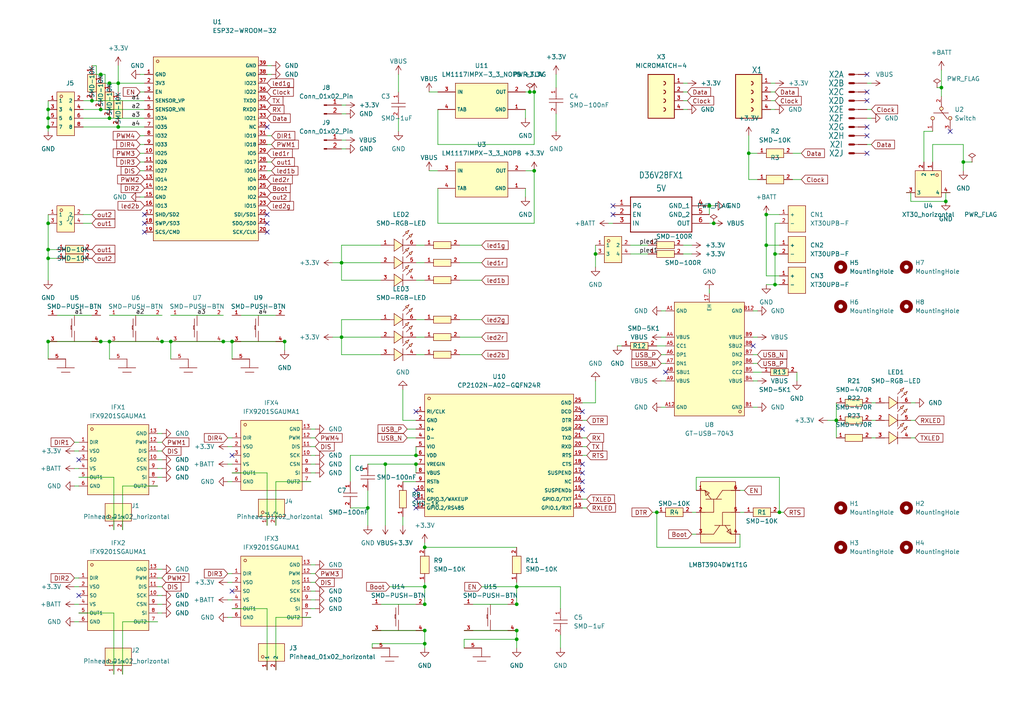
<source format=kicad_sch>
(kicad_sch (version 20230121) (generator eeschema)
  (paper "A4")
  (title_block (title "Bohlebots Main") (date "2023-07-18") (comment 1 "Mainplatine") (comment 2 "Version 01"))
  (junction (at 149.86 175.26))
  (junction (at 274.32 58.42))
  (junction (at 123.19 175.26))
  (junction (at 242.57 121.92))
  (junction (at 31.75 34.29))
  (junction (at 46.99 99.06))
  (junction (at 226.06 148.59))
  (junction (at 205.74 59.69))
  (junction (at 31.75 24.13))
  (junction (at 29.21 31.75))
  (junction (at 123.19 158.75))
  (junction (at 34.29 36.83))
  (junction (at 29.21 99.06))
  (junction (at 13.97 72.39))
  (junction (at 26.67 29.21))
  (junction (at 34.29 24.13))
  (junction (at 154.94 49.53))
  (junction (at 153.67 26.67))
  (junction (at 13.97 36.83))
  (junction (at 154.94 26.67))
  (junction (at 149.86 185.42))
  (junction (at 123.19 170.18))
  (junction (at 224.79 82.55))
  (junction (at 13.97 31.75))
  (junction (at 149.86 182.88))
  (junction (at 222.25 71.12))
  (junction (at 82.55 99.06))
  (junction (at 279.4 46.99))
  (junction (at 222.25 62.23))
  (junction (at 67.31 99.06))
  (junction (at 49.53 99.06))
  (junction (at 123.19 186.69))
  (junction (at 217.17 44.45))
  (junction (at 13.97 74.93))
  (junction (at 190.5 148.59))
  (junction (at 224.79 73.66))
  (junction (at 123.19 182.88))
  (junction (at 99.06 76.2))
  (junction (at 31.75 99.06))
  (junction (at 120.65 132.08))
  (junction (at 106.68 147.32))
  (junction (at 111.76 134.62))
  (junction (at 13.97 64.77))
  (junction (at 13.97 34.29))
  (junction (at 120.65 134.62))
  (junction (at 99.06 97.79))
  (junction (at 172.72 73.66))
  (junction (at 207.01 64.77))
  (junction (at 149.86 170.18))
  (junction (at 13.97 99.06))
  (junction (at 273.05 25.4))
  (junction (at 64.77 99.06))
  (junction (at 29.21 21.59))
  (no_connect (at 177.8 62.23))
  (no_connect (at 177.8 59.69))
  (no_connect (at 168.91 137.16))
  (no_connect (at 168.91 139.7))
  (no_connect (at 41.91 67.31))
  (no_connect (at 120.65 142.24))
  (no_connect (at 251.46 21.59))
  (no_connect (at 168.91 142.24))
  (no_connect (at 275.59 38.1))
  (no_connect (at 22.86 172.72))
  (no_connect (at 120.65 144.78))
  (no_connect (at 168.91 124.46))
  (no_connect (at 251.46 36.83))
  (no_connect (at 120.65 147.32))
  (no_connect (at 168.91 119.38))
  (no_connect (at 251.46 44.45))
  (no_connect (at 77.47 62.23))
  (no_connect (at 77.47 64.77))
  (no_connect (at 120.65 119.38))
  (no_connect (at 193.04 107.95))
  (no_connect (at 41.91 62.23))
  (no_connect (at 77.47 67.31))
  (no_connect (at 67.31 132.08))
  (no_connect (at 251.46 39.37))
  (no_connect (at 22.86 133.35))
  (no_connect (at 251.46 26.67))
  (no_connect (at 251.46 29.21))
  (no_connect (at 67.31 171.45))
  (no_connect (at 168.91 134.62))
  (no_connect (at 218.44 100.33))
  (no_connect (at 41.91 64.77))
  (no_connect (at 77.47 36.83))
  (wire (pts (xy 24.13 36.83) (xy 34.29 36.83)))
  (wire (pts (xy 226.06 148.59) (xy 227.33 148.59)))
  (wire (pts (xy 99.06 97.79) (xy 110.49 97.79)))
  (wire (pts (xy 205.74 59.69) (xy 205.74 62.23)))
  (wire (pts (xy 80.01 179.07) (xy 80.01 194.31)))
  (wire (pts (xy 279.4 41.91) (xy 279.4 46.99)))
  (wire (pts (xy 77.47 39.37) (xy 78.74 39.37)))
  (wire (pts (xy 90.17 137.16) (xy 91.44 137.16)))
  (wire (pts (xy 21.59 130.81) (xy 22.86 130.81)))
  (wire (pts (xy 127 54.61) (xy 127 64.77)))
  (wire (pts (xy 123.19 170.18) (xy 123.19 175.26)))
  (wire (pts (xy 106.68 142.24) (xy 106.68 147.32)))
  (wire (pts (xy 24.13 62.23) (xy 26.67 62.23)))
  (wire (pts (xy 270.51 38.1) (xy 267.97 38.1)))
  (wire (pts (xy 31.75 24.13) (xy 30.48 24.13)))
  (wire (pts (xy 40.64 49.53) (xy 41.91 49.53)))
  (wire (pts (xy 99.06 102.87) (xy 110.49 102.87)))
  (wire (pts (xy 222.25 80.01) (xy 222.25 71.12)))
  (wire (pts (xy 66.04 139.7) (xy 67.31 139.7)))
  (wire (pts (xy 218.44 110.49) (xy 219.71 110.49)))
  (wire (pts (xy 231.14 107.95) (xy 231.14 110.49)))
  (wire (pts (xy 77.47 41.91) (xy 78.74 41.91)))
  (wire (pts (xy 67.31 99.06) (xy 82.55 99.06)))
  (wire (pts (xy 40.64 41.91) (xy 41.91 41.91)))
  (wire (pts (xy 45.72 175.26) (xy 46.99 175.26)))
  (wire (pts (xy 176.53 64.77) (xy 177.8 64.77)))
  (wire (pts (xy 45.72 165.1) (xy 46.99 165.1)))
  (wire (pts (xy 27.94 19.05) (xy 27.94 21.59)))
  (wire (pts (xy 198.12 31.75) (xy 199.39 31.75)))
  (wire (pts (xy 66.04 179.07) (xy 67.31 179.07)))
  (wire (pts (xy 115.57 34.29) (xy 115.57 38.1)))
  (wire (pts (xy 45.72 130.81) (xy 46.99 130.81)))
  (wire (pts (xy 115.57 21.59) (xy 115.57 26.67)))
  (wire (pts (xy 107.95 175.26) (xy 123.19 175.26)))
  (wire (pts (xy 133.35 76.2) (xy 139.7 76.2)))
  (wire (pts (xy 40.64 46.99) (xy 41.91 46.99)))
  (wire (pts (xy 99.06 40.64) (xy 100.33 40.64)))
  (wire (pts (xy 149.86 168.91) (xy 149.86 170.18)))
  (wire (pts (xy 205.74 64.77) (xy 207.01 64.77)))
  (wire (pts (xy 223.52 26.67) (xy 224.79 26.67)))
  (wire (pts (xy 99.06 30.48) (xy 100.33 30.48)))
  (wire (pts (xy 149.86 170.18) (xy 162.56 170.18)))
  (wire (pts (xy 182.88 71.12) (xy 187.96 71.12)))
  (wire (pts (xy 29.21 21.59) (xy 30.48 21.59)))
  (wire (pts (xy 107.95 187.96) (xy 107.95 186.69)))
  (wire (pts (xy 226.06 71.12) (xy 222.25 71.12)))
  (wire (pts (xy 90.17 166.37) (xy 91.44 166.37)))
  (wire (pts (xy 217.17 52.07) (xy 217.17 44.45)))
  (wire (pts (xy 22.86 177.8) (xy 33.02 177.8)))
  (wire (pts (xy 80.01 139.7) (xy 80.01 152.4)))
  (wire (pts (xy 214.63 142.24) (xy 215.9 142.24)))
  (wire (pts (xy 223.52 24.13) (xy 224.79 24.13)))
  (wire (pts (xy 252.73 116.84) (xy 254 116.84)))
  (wire (pts (xy 111.76 152.4) (xy 111.76 134.62)))
  (wire (pts (xy 90.17 168.91) (xy 91.44 168.91)))
  (wire (pts (xy 168.91 144.78) (xy 170.18 144.78)))
  (wire (pts (xy 45.72 170.18) (xy 46.99 170.18)))
  (wire (pts (xy 13.97 99.06) (xy 13.97 104.14)))
  (wire (pts (xy 45.72 140.97) (xy 35.56 140.97)))
  (wire (pts (xy 154.94 41.91) (xy 154.94 26.67)))
  (wire (pts (xy 252.73 127) (xy 254 127)))
  (wire (pts (xy 116.84 121.92) (xy 120.65 121.92)))
  (wire (pts (xy 45.72 177.8) (xy 46.99 177.8)))
  (wire (pts (xy 120.65 92.71) (xy 123.19 92.71)))
  (wire (pts (xy 270.51 41.91) (xy 279.4 41.91)))
  (wire (pts (xy 99.06 76.2) (xy 110.49 76.2)))
  (wire (pts (xy 133.35 102.87) (xy 139.7 102.87)))
  (wire (pts (xy 217.17 44.45) (xy 217.17 39.37)))
  (wire (pts (xy 223.52 29.21) (xy 224.79 29.21)))
  (wire (pts (xy 90.17 129.54) (xy 91.44 129.54)))
  (wire (pts (xy 13.97 36.83) (xy 13.97 38.1)))
  (wire (pts (xy 90.17 134.62) (xy 91.44 134.62)))
  (wire (pts (xy 223.52 31.75) (xy 224.79 31.75)))
  (wire (pts (xy 162.56 170.18) (xy 162.56 176.53)))
  (wire (pts (xy 29.21 21.59) (xy 27.94 21.59)))
  (wire (pts (xy 49.53 99.06) (xy 49.53 104.14)))
  (wire (pts (xy 222.25 71.12) (xy 222.25 62.23)))
  (wire (pts (xy 214.63 158.75) (xy 190.5 158.75)))
  (wire (pts (xy 218.44 97.79) (xy 219.71 97.79)))
  (wire (pts (xy 172.72 73.66) (xy 172.72 77.47)))
  (wire (pts (xy 154.94 64.77) (xy 154.94 49.53)))
  (wire (pts (xy 35.56 140.97) (xy 35.56 153.67)))
  (wire (pts (xy 21.59 180.34) (xy 22.86 180.34)))
  (wire (pts (xy 198.12 24.13) (xy 199.39 24.13)))
  (wire (pts (xy 21.59 140.97) (xy 22.86 140.97)))
  (wire (pts (xy 123.19 168.91) (xy 123.19 170.18)))
  (wire (pts (xy 66.04 173.99) (xy 67.31 173.99)))
  (wire (pts (xy 99.06 81.28) (xy 110.49 81.28)))
  (wire (pts (xy 190.5 100.33) (xy 193.04 100.33)))
  (wire (pts (xy 134.62 175.26) (xy 149.86 175.26)))
  (wire (pts (xy 99.06 92.71) (xy 99.06 97.79)))
  (wire (pts (xy 90.17 173.99) (xy 91.44 173.99)))
  (wire (pts (xy 273.05 20.32) (xy 273.05 25.4)))
  (wire (pts (xy 66.04 129.54) (xy 67.31 129.54)))
  (wire (pts (xy 34.29 26.67) (xy 34.29 24.13)))
  (wire (pts (xy 149.86 182.88) (xy 149.86 185.42)))
  (wire (pts (xy 118.11 127) (xy 120.65 127)))
  (wire (pts (xy 139.7 170.18) (xy 149.86 170.18)))
  (wire (pts (xy 124.46 26.67) (xy 127 26.67)))
  (wire (pts (xy 31.75 91.44) (xy 46.99 91.44)))
  (wire (pts (xy 77.47 49.53) (xy 78.74 49.53)))
  (wire (pts (xy 101.6 147.32) (xy 106.68 147.32)))
  (wire (pts (xy 99.06 76.2) (xy 99.06 81.28)))
  (wire (pts (xy 107.95 182.88) (xy 123.19 182.88)))
  (wire (pts (xy 127 64.77) (xy 154.94 64.77)))
  (wire (pts (xy 13.97 99.06) (xy 29.21 99.06)))
  (wire (pts (xy 274.32 55.88) (xy 275.59 55.88)))
  (wire (pts (xy 118.11 124.46) (xy 120.65 124.46)))
  (wire (pts (xy 198.12 73.66) (xy 200.66 73.66)))
  (wire (pts (xy 90.17 124.46) (xy 91.44 124.46)))
  (wire (pts (xy 99.06 43.18) (xy 100.33 43.18)))
  (wire (pts (xy 133.35 81.28) (xy 139.7 81.28)))
  (wire (pts (xy 21.59 175.26) (xy 22.86 175.26)))
  (wire (pts (xy 198.12 29.21) (xy 199.39 29.21)))
  (wire (pts (xy 13.97 29.21) (xy 13.97 31.75)))
  (wire (pts (xy 264.16 55.88) (xy 264.16 58.42)))
  (wire (pts (xy 45.72 167.64) (xy 46.99 167.64)))
  (wire (pts (xy 149.86 185.42) (xy 149.86 187.96)))
  (wire (pts (xy 99.06 97.79) (xy 99.06 102.87)))
  (wire (pts (xy 226.06 138.43) (xy 226.06 148.59)))
  (wire (pts (xy 201.93 138.43) (xy 226.06 138.43)))
  (wire (pts (xy 172.72 116.84) (xy 172.72 110.49)))
  (wire (pts (xy 123.19 182.88) (xy 123.19 186.69)))
  (wire (pts (xy 226.06 80.01) (xy 222.25 80.01)))
  (wire (pts (xy 40.64 39.37) (xy 41.91 39.37)))
  (wire (pts (xy 168.91 147.32) (xy 170.18 147.32)))
  (wire (pts (xy 45.72 135.89) (xy 46.99 135.89)))
  (wire (pts (xy 45.72 125.73) (xy 46.99 125.73)))
  (wire (pts (xy 217.17 44.45) (xy 219.71 44.45)))
  (wire (pts (xy 133.35 97.79) (xy 139.7 97.79)))
  (wire (pts (xy 218.44 118.11) (xy 219.71 118.11)))
  (wire (pts (xy 67.31 99.06) (xy 67.31 104.14)))
  (wire (pts (xy 205.74 59.69) (xy 207.01 59.69)))
  (wire (pts (xy 45.72 133.35) (xy 46.99 133.35)))
  (wire (pts (xy 182.88 73.66) (xy 187.96 73.66)))
  (wire (pts (xy 191.77 97.79) (xy 193.04 97.79)))
  (wire (pts (xy 67.31 137.16) (xy 77.47 137.16)))
  (wire (pts (xy 200.66 148.59) (xy 201.93 148.59)))
  (wire (pts (xy 99.06 71.12) (xy 110.49 71.12)))
  (wire (pts (xy 124.46 49.53) (xy 127 49.53)))
  (wire (pts (xy 29.21 31.75) (xy 41.91 31.75)))
  (wire (pts (xy 123.19 170.18) (xy 113.03 170.18)))
  (wire (pts (xy 201.93 142.24) (xy 201.93 138.43)))
  (wire (pts (xy 90.17 132.08) (xy 91.44 132.08)))
  (wire (pts (xy 22.86 138.43) (xy 33.02 138.43)))
  (wire (pts (xy 273.05 25.4) (xy 271.78 25.4)))
  (wire (pts (xy 191.77 110.49) (xy 193.04 110.49)))
  (wire (pts (xy 99.06 92.71) (xy 110.49 92.71)))
  (wire (pts (xy 120.65 81.28) (xy 123.19 81.28)))
  (wire (pts (xy 13.97 74.93) (xy 13.97 81.28)))
  (wire (pts (xy 214.63 154.94) (xy 214.63 158.75)))
  (wire (pts (xy 31.75 34.29) (xy 41.91 34.29)))
  (wire (pts (xy 226.06 73.66) (xy 224.79 73.66)))
  (wire (pts (xy 77.47 176.53) (xy 77.47 194.31)))
  (wire (pts (xy 40.64 21.59) (xy 41.91 21.59)))
  (wire (pts (xy 46.99 99.06) (xy 49.53 99.06)))
  (wire (pts (xy 120.65 102.87) (xy 123.19 102.87)))
  (wire (pts (xy 66.04 168.91) (xy 67.31 168.91)))
  (wire (pts (xy 120.65 129.54) (xy 120.65 132.08)))
  (wire (pts (xy 33.02 138.43) (xy 33.02 153.67)))
  (wire (pts (xy 127 31.75) (xy 127 41.91)))
  (wire (pts (xy 162.56 184.15) (xy 162.56 187.96)))
  (wire (pts (xy 26.67 19.05) (xy 27.94 19.05)))
  (wire (pts (xy 67.31 91.44) (xy 82.55 91.44)))
  (wire (pts (xy 82.55 99.06) (xy 82.55 101.6)))
  (wire (pts (xy 34.29 36.83) (xy 41.91 36.83)))
  (wire (pts (xy 224.79 64.77) (xy 226.06 64.77)))
  (wire (pts (xy 31.75 99.06) (xy 31.75 104.14)))
  (wire (pts (xy 101.6 132.08) (xy 101.6 139.7)))
  (wire (pts (xy 116.84 149.86) (xy 116.84 152.4)))
  (wire (pts (xy 264.16 55.88) (xy 262.89 55.88)))
  (wire (pts (xy 152.4 26.67) (xy 153.67 26.67)))
  (wire (pts (xy 96.52 76.2) (xy 99.06 76.2)))
  (wire (pts (xy 232.41 52.07) (xy 229.87 52.07)))
  (wire (pts (xy 264.16 121.92) (xy 265.43 121.92)))
  (wire (pts (xy 251.46 24.13) (xy 252.73 24.13)))
  (wire (pts (xy 279.4 46.99) (xy 281.94 46.99)))
  (wire (pts (xy 30.48 21.59) (xy 30.48 24.13)))
  (wire (pts (xy 191.77 105.41) (xy 193.04 105.41)))
  (wire (pts (xy 120.65 134.62) (xy 120.65 137.16)))
  (wire (pts (xy 264.16 58.42) (xy 274.32 58.42)))
  (wire (pts (xy 24.13 34.29) (xy 31.75 34.29)))
  (wire (pts (xy 251.46 41.91) (xy 252.73 41.91)))
  (wire (pts (xy 133.35 71.12) (xy 139.7 71.12)))
  (wire (pts (xy 34.29 19.05) (xy 34.29 24.13)))
  (wire (pts (xy 226.06 82.55) (xy 224.79 82.55)))
  (wire (pts (xy 179.07 100.33) (xy 180.34 100.33)))
  (wire (pts (xy 168.91 116.84) (xy 172.72 116.84)))
  (wire (pts (xy 191.77 90.17) (xy 193.04 90.17)))
  (wire (pts (xy 198.12 71.12) (xy 200.66 71.12)))
  (wire (pts (xy 77.47 137.16) (xy 77.47 152.4)))
  (wire (pts (xy 40.64 26.67) (xy 41.91 26.67)))
  (wire (pts (xy 205.74 83.82) (xy 205.74 85.09)))
  (wire (pts (xy 218.44 107.95) (xy 220.98 107.95)))
  (wire (pts (xy 21.59 128.27) (xy 22.86 128.27)))
  (wire (pts (xy 224.79 73.66) (xy 224.79 64.77)))
  (wire (pts (xy 101.6 132.08) (xy 120.65 132.08)))
  (wire (pts (xy 26.67 29.21) (xy 41.91 29.21)))
  (wire (pts (xy 161.29 21.59) (xy 161.29 25.4)))
  (wire (pts (xy 219.71 52.07) (xy 217.17 52.07)))
  (wire (pts (xy 31.75 99.06) (xy 46.99 99.06)))
  (wire (pts (xy 172.72 71.12) (xy 172.72 73.66)))
  (wire (pts (xy 264.16 116.84) (xy 265.43 116.84)))
  (wire (pts (xy 242.57 116.84) (xy 242.57 121.92)))
  (wire (pts (xy 66.04 134.62) (xy 67.31 134.62)))
  (wire (pts (xy 35.56 180.34) (xy 35.56 195.58)))
  (wire (pts (xy 191.77 102.87) (xy 193.04 102.87)))
  (wire (pts (xy 123.19 157.48) (xy 123.19 158.75)))
  (wire (pts (xy 45.72 138.43) (xy 46.99 138.43)))
  (wire (pts (xy 134.62 187.96) (xy 134.62 185.42)))
  (wire (pts (xy 45.72 172.72) (xy 46.99 172.72)))
  (wire (pts (xy 120.65 76.2) (xy 123.19 76.2)))
  (wire (pts (xy 90.17 179.07) (xy 80.01 179.07)))
  (wire (pts (xy 251.46 31.75) (xy 252.73 31.75)))
  (wire (pts (xy 67.31 176.53) (xy 77.47 176.53)))
  (wire (pts (xy 24.13 31.75) (xy 29.21 31.75)))
  (wire (pts (xy 127 41.91) (xy 154.94 41.91)))
  (wire (pts (xy 31.75 24.13) (xy 34.29 24.13)))
  (wire (pts (xy 149.86 170.18) (xy 149.86 175.26)))
  (wire (pts (xy 77.47 21.59) (xy 78.74 21.59)))
  (wire (pts (xy 13.97 31.75) (xy 13.97 34.29)))
  (wire (pts (xy 198.12 26.67) (xy 199.39 26.67)))
  (wire (pts (xy 13.97 34.29) (xy 13.97 36.83)))
  (wire (pts (xy 168.91 127) (xy 170.18 127)))
  (wire (pts (xy 189.23 148.59) (xy 190.5 148.59)))
  (wire (pts (xy 152.4 31.75) (xy 152.4 34.29)))
  (wire (pts (xy 214.63 148.59) (xy 215.9 148.59)))
  (wire (pts (xy 13.97 74.93) (xy 16.51 74.93)))
  (wire (pts (xy 107.95 186.69) (xy 123.19 186.69)))
  (wire (pts (xy 33.02 177.8) (xy 33.02 195.58)))
  (wire (pts (xy 152.4 54.61) (xy 152.4 57.15)))
  (wire (pts (xy 224.79 82.55) (xy 224.79 73.66)))
  (wire (pts (xy 21.59 135.89) (xy 22.86 135.89)))
  (wire (pts (xy 40.64 57.15) (xy 41.91 57.15)))
  (wire (pts (xy 242.57 121.92) (xy 242.57 127)))
  (wire (pts (xy 116.84 139.7) (xy 120.65 139.7)))
  (wire (pts (xy 77.47 19.05) (xy 78.74 19.05)))
  (wire (pts (xy 13.97 91.44) (xy 29.21 91.44)))
  (wire (pts (xy 64.77 99.06) (xy 67.31 99.06)))
  (wire (pts (xy 152.4 49.53) (xy 154.94 49.53)))
  (wire (pts (xy 200.66 154.94) (xy 201.93 154.94)))
  (wire (pts (xy 49.53 99.06) (xy 64.77 99.06)))
  (wire (pts (xy 191.77 118.11) (xy 193.04 118.11)))
  (wire (pts (xy 90.17 139.7) (xy 80.01 139.7)))
  (wire (pts (xy 13.97 72.39) (xy 16.51 72.39)))
  (wire (pts (xy 45.72 128.27) (xy 46.99 128.27)))
  (wire (pts (xy 99.06 33.02) (xy 100.33 33.02)))
  (wire (pts (xy 270.51 41.91) (xy 270.51 46.99)))
  (wire (pts (xy 218.44 102.87) (xy 219.71 102.87)))
  (wire (pts (xy 40.64 44.45) (xy 41.91 44.45)))
  (wire (pts (xy 90.17 171.45) (xy 91.44 171.45)))
  (wire (pts (xy 274.32 58.42) (xy 274.32 55.88)))
  (wire (pts (xy 116.84 113.03) (xy 116.84 121.92)))
  (wire (pts (xy 123.19 186.69) (xy 123.19 187.96)))
  (wire (pts (xy 24.13 29.21) (xy 26.67 29.21)))
  (wire (pts (xy 106.68 147.32) (xy 106.68 152.4)))
  (wire (pts (xy 218.44 90.17) (xy 219.71 90.17)))
  (wire (pts (xy 279.4 46.99) (xy 279.4 49.53)))
  (wire (pts (xy 123.19 158.75) (xy 149.86 158.75)))
  (wire (pts (xy 133.35 92.71) (xy 139.7 92.71)))
  (wire (pts (xy 66.04 166.37) (xy 67.31 166.37)))
  (wire (pts (xy 120.65 97.79) (xy 123.19 97.79)))
  (wire (pts (xy 13.97 62.23) (xy 13.97 64.77)))
  (wire (pts (xy 168.91 121.92) (xy 170.18 121.92)))
  (wire (pts (xy 222.25 82.55) (xy 224.79 82.55)))
  (wire (pts (xy 240.03 121.92) (xy 242.57 121.92)))
  (wire (pts (xy 90.17 127) (xy 91.44 127)))
  (wire (pts (xy 168.91 132.08) (xy 170.18 132.08)))
  (wire (pts (xy 111.76 134.62) (xy 120.65 134.62)))
  (wire (pts (xy 251.46 34.29) (xy 252.73 34.29)))
  (wire (pts (xy 252.73 121.92) (xy 254 121.92)))
  (wire (pts (xy 99.06 71.12) (xy 99.06 76.2)))
  (wire (pts (xy 96.52 97.79) (xy 99.06 97.79)))
  (wire (pts (xy 222.25 62.23) (xy 226.06 62.23)))
  (wire (pts (xy 161.29 33.02) (xy 161.29 38.1)))
  (wire (pts (xy 90.17 163.83) (xy 91.44 163.83)))
  (wire (pts (xy 106.68 134.62) (xy 111.76 134.62)))
  (wire (pts (xy 218.44 105.41) (xy 219.71 105.41)))
  (wire (pts (xy 45.72 180.34) (xy 35.56 180.34)))
  (wire (pts (xy 232.41 44.45) (xy 229.87 44.45)))
  (wire (pts (xy 90.17 176.53) (xy 91.44 176.53)))
  (wire (pts (xy 264.16 127) (xy 265.43 127)))
  (wire (pts (xy 120.65 71.12) (xy 123.19 71.12)))
  (wire (pts (xy 13.97 64.77) (xy 13.97 72.39)))
  (wire (pts (xy 134.62 182.88) (xy 149.86 182.88)))
  (wire (pts (xy 21.59 167.64) (xy 22.86 167.64)))
  (wire (pts (xy 267.97 38.1) (xy 267.97 46.99)))
  (wire (pts (xy 190.5 158.75) (xy 190.5 148.59)))
  (wire (pts (xy 21.59 170.18) (xy 22.86 170.18)))
  (wire (pts (xy 49.53 91.44) (xy 64.77 91.44)))
  (wire (pts (xy 153.67 26.67) (xy 154.94 26.67)))
  (wire (pts (xy 66.04 127) (xy 67.31 127)))
  (wire (pts (xy 13.97 72.39) (xy 13.97 74.93)))
  (wire (pts (xy 77.47 46.99) (xy 78.74 46.99)))
  (wire (pts (xy 168.91 129.54) (xy 170.18 129.54)))
  (wire (pts (xy 273.05 25.4) (xy 273.05 27.94)))
  (wire (pts (xy 29.21 99.06) (xy 31.75 99.06)))
  (wire (pts (xy 34.29 24.13) (xy 41.91 24.13)))
  (wire (pts (xy 24.13 64.77) (xy 26.67 64.77)))
  (wire (pts (xy 134.62 185.42) (xy 149.86 185.42)))
  (label "a1" (at 21.59 91.44 0))
  (label "a4" (at 38.1 36.83 0))
  (label "a2" (at 39.37 91.44 0))
  (label "pled2" (at 185.42 71.12 0))
  (label "a2" (at 38.1 31.75 0))
  (label "a1" (at 38.1 29.21 0))
  (label "a3" (at 57.15 91.44 0))
  (label "a4" (at 74.93 91.44 0))
  (label "pled1" (at 185.42 73.66 0))
  (label "a3" (at 38.1 34.29 0))
  (global_label "DIR4" (shape input) (at 40.64 41.91 180) (property "Intersheetrefs" "${INTERSHEET_REFS}" (effects hide)))
  (global_label "TX" (shape input) (at 77.47 29.21 0) (property "Intersheetrefs" "${INTERSHEET_REFS}" (effects hide)))
  (global_label "led1r" (shape input) (at 139.7 76.2 0) (property "Intersheetrefs" "${INTERSHEET_REFS}" (effects hide)))
  (global_label "DIR2" (shape input) (at 41.91 54.61 180) (property "Intersheetrefs" "${INTERSHEET_REFS}" (effects hide)))
  (global_label "DIR2" (shape input) (at 21.59 167.64 180) (property "Intersheetrefs" "${INTERSHEET_REFS}" (effects hide)))
  (global_label "TX" (shape input) (at 170.18 129.54 0) (property "Intersheetrefs" "${INTERSHEET_REFS}" (effects hide)))
  (global_label "PWM4" (shape input) (at 40.64 39.37 180) (property "Intersheetrefs" "${INTERSHEET_REFS}" (effects hide)))
  (global_label "DIS" (shape input) (at 46.99 170.18 0) (property "Intersheetrefs" "${INTERSHEET_REFS}" (effects hide)))
  (global_label "Boot" (shape input) (at 113.03 170.18 180) (property "Intersheetrefs" "${INTERSHEET_REFS}" (effects hide)))
  (global_label "Data" (shape input) (at 77.47 34.29 0) (property "Intersheetrefs" "${INTERSHEET_REFS}" (effects hide)))
  (global_label "Clock" (shape input) (at 199.39 29.21 0) (property "Intersheetrefs" "${INTERSHEET_REFS}" (effects hide)))
  (global_label "Clock" (shape input) (at 252.73 31.75 0) (property "Intersheetrefs" "${INTERSHEET_REFS}" (effects hide)))
  (global_label "out1" (shape input) (at 78.74 46.99 0) (property "Intersheetrefs" "${INTERSHEET_REFS}" (effects hide)))
  (global_label "out2" (shape input) (at 26.67 74.93 0) (property "Intersheetrefs" "${INTERSHEET_REFS}" (effects hide)))
  (global_label "Data" (shape input) (at 199.39 26.67 0) (property "Intersheetrefs" "${INTERSHEET_REFS}" (effects hide)))
  (global_label "led2b" (shape input) (at 139.7 102.87 0) (property "Intersheetrefs" "${INTERSHEET_REFS}" (effects hide)))
  (global_label "RTS" (shape input) (at 170.18 132.08 0) (property "Intersheetrefs" "${INTERSHEET_REFS}" (effects hide)))
  (global_label "Clock" (shape input) (at 232.41 52.07 0) (property "Intersheetrefs" "${INTERSHEET_REFS}" (effects hide)))
  (global_label "EN" (shape input) (at 40.64 26.67 180) (property "Intersheetrefs" "${INTERSHEET_REFS}" (effects hide)))
  (global_label "led2r" (shape input) (at 139.7 97.79 0) (property "Intersheetrefs" "${INTERSHEET_REFS}" (effects hide)))
  (global_label "Boot" (shape input) (at 77.47 54.61 0) (property "Intersheetrefs" "${INTERSHEET_REFS}" (effects hide)))
  (global_label "PWM1" (shape input) (at 78.74 41.91 0) (property "Intersheetrefs" "${INTERSHEET_REFS}" (effects hide)))
  (global_label "Clock" (shape input) (at 77.47 26.67 0) (property "Intersheetrefs" "${INTERSHEET_REFS}" (effects hide)))
  (global_label "RXLED" (shape input) (at 265.43 121.92 0) (property "Intersheetrefs" "${INTERSHEET_REFS}" (effects hide)))
  (global_label "led2g" (shape input) (at 77.47 59.69 0) (property "Intersheetrefs" "${INTERSHEET_REFS}" (effects hide)))
  (global_label "TXLED" (shape input) (at 170.18 144.78 0) (property "Intersheetrefs" "${INTERSHEET_REFS}" (effects hide)))
  (global_label "RX" (shape input) (at 170.18 127 0) (property "Intersheetrefs" "${INTERSHEET_REFS}" (effects hide)))
  (global_label "Data" (shape input) (at 224.79 26.67 0) (property "Intersheetrefs" "${INTERSHEET_REFS}" (effects hide)))
  (global_label "led2b" (shape input) (at 41.91 59.69 180) (property "Intersheetrefs" "${INTERSHEET_REFS}" (effects hide)))
  (global_label "DIS" (shape input) (at 46.99 130.81 0) (property "Intersheetrefs" "${INTERSHEET_REFS}" (effects hide)))
  (global_label "RX" (shape input) (at 77.47 31.75 0) (property "Intersheetrefs" "${INTERSHEET_REFS}" (effects hide)))
  (global_label "out1" (shape input) (at 26.67 72.39 0) (property "Intersheetrefs" "${INTERSHEET_REFS}" (effects hide)))
  (global_label "DTR" (shape input) (at 189.23 148.59 180) (property "Intersheetrefs" "${INTERSHEET_REFS}" (effects hide)))
  (global_label "led2g" (shape input) (at 139.7 92.71 0) (property "Intersheetrefs" "${INTERSHEET_REFS}" (effects hide)))
  (global_label "led1r" (shape input) (at 77.47 44.45 0) (property "Intersheetrefs" "${INTERSHEET_REFS}" (effects hide)))
  (global_label "out2" (shape input) (at 77.47 57.15 0) (property "Intersheetrefs" "${INTERSHEET_REFS}" (effects hide)))
  (global_label "led1g" (shape input) (at 77.47 24.13 0) (property "Intersheetrefs" "${INTERSHEET_REFS}" (effects hide)))
  (global_label "TXLED" (shape input) (at 265.43 127 0) (property "Intersheetrefs" "${INTERSHEET_REFS}" (effects hide)))
  (global_label "DIR1" (shape input) (at 21.59 128.27 180) (property "Intersheetrefs" "${INTERSHEET_REFS}" (effects hide)))
  (global_label "EN" (shape input) (at 215.9 142.24 0) (property "Intersheetrefs" "${INTERSHEET_REFS}" (effects hide)))
  (global_label "led1b" (shape input) (at 78.74 49.53 0) (property "Intersheetrefs" "${INTERSHEET_REFS}" (effects hide)))
  (global_label "USB_P" (shape input) (at 191.77 102.87 180) (property "Intersheetrefs" "${INTERSHEET_REFS}" (effects hide)))
  (global_label "DIR3" (shape input) (at 66.04 166.37 180) (property "Intersheetrefs" "${INTERSHEET_REFS}" (effects hide)))
  (global_label "USB_N" (shape input) (at 118.11 127 180) (property "Intersheetrefs" "${INTERSHEET_REFS}" (effects hide)))
  (global_label "PWM2" (shape input) (at 41.91 52.07 180) (property "Intersheetrefs" "${INTERSHEET_REFS}" (effects hide)))
  (global_label "out1" (shape input) (at 26.67 64.77 0) (property "Intersheetrefs" "${INTERSHEET_REFS}" (effects hide)))
  (global_label "Boot" (shape input) (at 200.66 154.94 180) (property "Intersheetrefs" "${INTERSHEET_REFS}" (effects hide)))
  (global_label "USB_P" (shape input) (at 118.11 124.46 180) (property "Intersheetrefs" "${INTERSHEET_REFS}" (effects hide)))
  (global_label "EN" (shape input) (at 139.7 170.18 180) (property "Intersheetrefs" "${INTERSHEET_REFS}" (effects hide)))
  (global_label "led1g" (shape input) (at 139.7 71.12 0) (property "Intersheetrefs" "${INTERSHEET_REFS}" (effects hide)))
  (global_label "DIS" (shape input) (at 91.44 168.91 0) (property "Intersheetrefs" "${INTERSHEET_REFS}" (effects hide)))
  (global_label "Data" (shape input) (at 252.73 41.91 0) (property "Intersheetrefs" "${INTERSHEET_REFS}" (effects hide)))
  (global_label "PWM4" (shape input) (at 91.44 127 0) (property "Intersheetrefs" "${INTERSHEET_REFS}" (effects hide)))
  (global_label "PWM3" (shape input) (at 40.64 44.45 180) (property "Intersheetrefs" "${INTERSHEET_REFS}" (effects hide)))
  (global_label "RXLED" (shape input) (at 170.18 147.32 0) (property "Intersheetrefs" "${INTERSHEET_REFS}" (effects hide)))
  (global_label "DIS" (shape input) (at 40.64 49.53 180) (property "Intersheetrefs" "${INTERSHEET_REFS}" (effects hide)))
  (global_label "Data" (shape input) (at 232.41 44.45 0) (property "Intersheetrefs" "${INTERSHEET_REFS}" (effects hide)))
  (global_label "PWM2" (shape input) (at 46.99 167.64 0) (property "Intersheetrefs" "${INTERSHEET_REFS}" (effects hide)))
  (global_label "PWM1" (shape input) (at 46.99 128.27 0) (property "Intersheetrefs" "${INTERSHEET_REFS}" (effects hide)))
  (global_label "PWM3" (shape input) (at 91.44 166.37 0) (property "Intersheetrefs" "${INTERSHEET_REFS}" (effects hide)))
  (global_label "DIR4" (shape input) (at 66.04 127 180) (property "Intersheetrefs" "${INTERSHEET_REFS}" (effects hide)))
  (global_label "USB_P" (shape input) (at 219.71 105.41 0) (property "Intersheetrefs" "${INTERSHEET_REFS}" (effects hide)))
  (global_label "USB_N" (shape input) (at 191.77 105.41 180) (property "Intersheetrefs" "${INTERSHEET_REFS}" (effects hide)))
  (global_label "led1b" (shape input) (at 139.7 81.28 0) (property "Intersheetrefs" "${INTERSHEET_REFS}" (effects hide)))
  (global_label "DIR1" (shape input) (at 78.74 39.37 0) (property "Intersheetrefs" "${INTERSHEET_REFS}" (effects hide)))
  (global_label "led2r" (shape input) (at 77.47 52.07 0) (property "Intersheetrefs" "${INTERSHEET_REFS}" (effects hide)))
  (global_label "Clock" (shape input) (at 224.79 29.21 0) (property "Intersheetrefs" "${INTERSHEET_REFS}" (effects hide)))
  (global_label "USB_N" (shape input) (at 219.71 102.87 0) (property "Intersheetrefs" "${INTERSHEET_REFS}" (effects hide)))
  (global_label "DTR" (shape input) (at 170.18 121.92 0) (property "Intersheetrefs" "${INTERSHEET_REFS}" (effects hide)))
  (global_label "DIR3" (shape input) (at 40.64 46.99 180) (property "Intersheetrefs" "${INTERSHEET_REFS}" (effects hide)))
  (global_label "DIS" (shape input) (at 91.44 129.54 0) (property "Intersheetrefs" "${INTERSHEET_REFS}" (effects hide)))
  (global_label "out2" (shape input) (at 26.67 62.23 0) (property "Intersheetrefs" "${INTERSHEET_REFS}" (effects hide)))
  (global_label "RTS" (shape input) (at 227.33 148.59 0) (property "Intersheetrefs" "${INTERSHEET_REFS}" (effects hide)))
  (symbol (lib_id "power:GND") (at 222.25 82.55 0) (unit 1)
    (property "Reference" "#PWR088" (effects hide))
    (property "Value" "GND" (at 222.25 87.63 0))
  )
  (symbol (lib_id "Bohlebots:SMD-100nF") (at 106.68 138.43 270) (unit 1)
    (property "Reference" "C6" (at 102.87 135.89 90) (effects (justify left)))
    (property "Value" "SMD-100nF" (at 109.22 138.43 90) (effects (justify left)))
    (property "Footprint" "footprint:C0603" (effects hide))
    (property "Datasheet" "https://item.szlcsc.com/362304.html" (effects hide))
    (property "LCSC" "C30926" (effects hide))
  )
  (symbol (lib_id "Bohlebots:Pinhead_1x02H") (at 34.29 190.5 90) (unit 1)
    (property "Reference" "J2" (at 38.1 188.595 90) (effects (justify right)))
    (property "Value" "Pinhead_01x02_horizontal" (at 24.13 191.77 90) (effects (justify right)))
    (property "Footprint" "footprint:HDR-TH_2P-P2.54-H-M-W10.4" (effects hide))
    (property "Datasheet" "https://item.szlcsc.com/502966.html" (effects hide))
    (property "LCSC" "C492410" (effects hide))
  )
  (symbol (lib_id "power:GND") (at 191.77 90.17 270) (unit 1)
    (property "Reference" "#PWR041" (effects hide))
    (property "Value" "GND" (at 187.96 90.17 90) (effects (justify right)))
  )
  (symbol (lib_id "Bohlebots:IFX9201SGAUMA1") (at 34.29 172.72 0) (unit 1)
    (property "Reference" "IFX2" (at 34.29 157.48 0))
    (property "Value" "IFX9201SGAUMA1" (at 34.29 160.02 0))
    (property "Footprint" "footprint:SO-12_L6.4-W7.5-P1.00-LS10.3-BL-EP" (effects hide))
    (property "Datasheet" "https://item.szlcsc.com/113866.html" (effects hide))
    (property "LCSC" "C112633" (effects hide))
  )
  (symbol (lib_id "power:VBUS") (at 124.46 49.53 0) (unit 1)
    (property "Reference" "#PWR01" (effects hide))
    (property "Value" "VBUS" (at 124.46 45.72 0))
  )
  (symbol (lib_id "power:GND") (at 100.33 33.02 90) (unit 1)
    (property "Reference" "#PWR091" (effects hide))
    (property "Value" "GND" (at 104.14 33.02 90) (effects (justify right)))
  )
  (symbol (lib_id "power:GND") (at 116.84 113.03 180) (unit 1)
    (property "Reference" "#PWR016" (effects hide))
    (property "Value" "GND" (at 116.84 107.95 0))
  )
  (symbol (lib_id "Bohlebots:XT30UPB-F") (at 228.6 73.66 0) (unit 1)
    (property "Reference" "CN2" (at 234.95 71.12 0) (effects (justify left)))
    (property "Value" "XT30UPB-F" (at 234.95 73.66 0) (effects (justify left)))
    (property "Footprint" "footprint:CONN-TH_XT30UPB-F" (effects hide))
    (property "Datasheet" "https://item.szlcsc.com/109989.html" (effects hide))
    (property "LCSC" "C108769" (effects hide))
  )
  (symbol (lib_id "power:GND") (at 40.64 57.15 270) (unit 1)
    (property "Reference" "#PWR077" (effects hide))
    (property "Value" "GND" (at 36.83 57.15 90) (effects (justify right)))
  )
  (symbol (lib_id "Bohlebots:IFX9201SGAUMA1") (at 78.74 132.08 0) (unit 1)
    (property "Reference" "IFX4" (at 78.74 116.84 0))
    (property "Value" "IFX9201SGAUMA1" (at 78.74 119.38 0))
    (property "Footprint" "footprint:SO-12_L6.4-W7.5-P1.00-LS10.3-BL-EP" (effects hide))
    (property "Datasheet" "https://item.szlcsc.com/113866.html" (effects hide))
    (property "LCSC" "C112633" (effects hide))
  )
  (symbol (lib_id "power:GND") (at 21.59 140.97 270) (unit 1)
    (property "Reference" "#PWR037" (effects hide))
    (property "Value" "GND" (at 17.78 140.97 90) (effects (justify right)))
  )
  (symbol (lib_id "Bohlebots:MICROMATCH-10") (at 246.38 39.37 0) (unit 8)
    (property "Reference" "X2" (at 242.57 39.37 0) (effects (font (size 1.778 1.5113))))
    (property "Footprint" "BohleBots:MICROMATCH-10" (effects hide))
  )
  (symbol (lib_id "Bohlebots:SMD-5K1") (at 185.42 100.33 0) (unit 1)
    (property "Reference" "R12" (at 185.42 100.33 0))
    (property "Value" "SMD-5K1" (at 186.69 95.25 0))
    (property "Footprint" "footprint:R0603" (effects hide))
    (property "Datasheet" "https://www.mouser.in/datasheet/2/447/PYu_RT_1_to_0_01_RoHS_L_11-1669912.pdf" (effects hide))
    (property "LCSC" "C103696" (effects hide))
  )
  (symbol (lib_id "power:PWR_FLAG") (at 207.01 64.77 0) (unit 1)
    (property "Reference" "#FLG04" (effects hide))
    (property "Value" "PWR_FLAG" (at 207.01 59.69 0))
  )
  (symbol (lib_id "Bohlebots:XT30UPB-F") (at 228.6 82.55 0) (unit 1)
    (property "Reference" "CN3" (at 234.95 80.01 0) (effects (justify left)))
    (property "Value" "XT30UPB-F" (at 234.95 82.55 0) (effects (justify left)))
    (property "Footprint" "footprint:CONN-TH_XT30UPB-F" (effects hide))
    (property "Datasheet" "https://item.szlcsc.com/109989.html" (effects hide))
    (property "LCSC" "C108769" (effects hide))
  )
  (symbol (lib_id "power:+3.3V") (at 100.33 30.48 270) (unit 1)
    (property "Reference" "#PWR090" (effects hide))
    (property "Value" "+3.3V" (at 104.14 30.48 90) (effects (justify left)))
  )
  (symbol (lib_id "Bohlebots:SMD-100R") (at 193.04 73.66 0) (unit 1)
    (property "Reference" "R19" (effects hide))
    (property "Value" "SMD-100R" (at 198.12 76.2 0))
    (property "Footprint" "footprint:R0603" (effects hide))
    (property "Datasheet" "https://www.mouser.in/datasheet/2/447/PYu_RT_1_to_0_01_RoHS_L_11-1669912.pdf" (effects hide))
    (property "LCSC" "C22775" (effects hide))
  )
  (symbol (lib_id "power:GND") (at 46.99 165.1 90) (unit 1)
    (property "Reference" "#PWR056" (effects hide))
    (property "Value" "GND" (at 50.8 165.1 90) (effects (justify right)))
  )
  (symbol (lib_id "power:+3.3V") (at 116.84 152.4 180) (unit 1)
    (property "Reference" "#PWR024" (effects hide))
    (property "Value" "+3.3V" (at 116.84 157.48 0))
  )
  (symbol (lib_id "Bohlebots:SMD-PUSH-BTN") (at 57.15 96.52 0) (unit 1)
    (property "Reference" "U7" (at 57.15 86.36 0))
    (property "Value" "SMD-PUSH-BTN" (at 57.15 88.9 0))
    (property "Footprint" "footprint:SW-TH_5P-L6.0-W6.0-P4.50-LS6.5" (effects hide))
    (property "Datasheet" "https://list.szlcsc.com/catalog/427.html" (effects hide))
    (property "LCSC" "C470256" (effects hide))
  )
  (symbol (lib_id "power:GND") (at 46.99 172.72 90) (unit 1)
    (property "Reference" "#PWR057" (effects hide))
    (property "Value" "GND" (at 50.8 172.72 90) (effects (justify right)))
  )
  (symbol (lib_id "Bohlebots:SMD-1uF") (at 162.56 180.34 270) (unit 1)
    (property "Reference" "C5" (at 166.37 179.07 90) (effects (justify left)))
    (property "Value" "SMD-1uF" (at 166.37 181.61 90) (effects (justify left)))
    (property "Footprint" "footprint:C0603" (effects hide))
    (property "Datasheet" "https://item.szlcsc.com/362304.html" (effects hide))
    (property "LCSC" "C1592" (effects hide))
  )
  (symbol (lib_id "Bohlebots:SMD-10K") (at 149.86 163.83 90) (unit 1)
    (property "Reference" "R11" (at 152.4 162.56 90) (effects (justify right)))
    (property "Value" "SMD-10K" (at 152.4 165.1 90) (effects (justify right)))
    (property "Footprint" "footprint:R0603" (effects hide))
    (property "LCSC" "C465463" (effects hide))
  )
  (symbol (lib_id "power:+BATT") (at 21.59 135.89 90) (unit 1)
    (property "Reference" "#PWR048" (effects hide))
    (property "Value" "+BATT" (at 17.78 135.89 90) (effects (justify left)))
  )
  (symbol (lib_id "Bohlebots:SMD-PUSH-BTN") (at 21.59 96.52 0) (unit 1)
    (property "Reference" "U5" (at 21.59 86.36 0))
    (property "Value" "SMD-PUSH-BTN" (at 21.59 88.9 0))
    (property "Footprint" "footprint:SW-TH_5P-L6.0-W6.0-P4.50-LS6.5" (effects hide))
    (property "Datasheet" "https://list.szlcsc.com/catalog/427.html" (effects hide))
    (property "LCSC" "C470256" (effects hide))
  )
  (symbol (lib_id "Bohlebots:CP2102N-A02-GQFN24R") (at 144.78 132.08 0) (unit 1)
    (property "Reference" "U10" (at 144.78 109.22 0))
    (property "Value" "CP2102N-A02-GQFN24R" (at 144.78 111.76 0))
    (property "Footprint" "footprint:QFN-24_L4.0-W4.0-P0.50-TL-EP2.6" (effects hide))
    (property "Datasheet" "https://item.szlcsc.com/245167.html" (effects hide))
    (property "LCSC" "C969151" (effects hide))
  )
  (symbol (lib_id "power:+BATT") (at 66.04 134.62 90) (unit 1)
    (property "Reference" "#PWR068" (effects hide))
    (property "Value" "+BATT" (at 62.23 134.62 90) (effects (justify left)))
  )
  (symbol (lib_id "Bohlebots:SMD-470R") (at 128.27 71.12 0) (unit 1)
    (property "Reference" "R16" (effects hide))
    (property "Value" "SMD-470R" (effects hide))
    (property "Footprint" "footprint:R0603" (effects hide))
    (property "Datasheet" "https://www.mouser.in/datasheet/2/447/PYu_RT_1_to_0_01_RoHS_L_11-1669912.pdf" (effects hide))
    (property "LCSC" "C23162" (effects hide))
  )
  (symbol (lib_id "Bohlebots:SMD-1K") (at 116.84 144.78 90) (unit 1)
    (property "Reference" "R8" (at 119.38 143.51 90) (effects (justify right)))
    (property "Value" "SMD-1K" (at 119.38 146.05 90) (effects (justify right)))
    (property "Footprint" "footprint:R0603" (effects hide))
    (property "Datasheet" "https://www.mouser.in/datasheet/2/447/PYu_RT_1_to_0_01_RoHS_L_11-1669912.pdf" (effects hide))
    (property "LCSC" "C22548" (effects hide))
  )
  (symbol (lib_id "power:+3.3V") (at 200.66 73.66 270) (unit 1)
    (property "Reference" "#PWR083" (effects hide))
    (property "Value" "+3.3V" (at 204.47 73.66 90) (effects (justify left)))
  )
  (symbol (lib_id "Bohlebots:SMD-RGB-LED") (at 115.57 76.2 0) (unit 1)
    (property "Reference" "LED2" (at 116.332 62.23 0))
    (property "Value" "SMD-RGB-LED" (at 116.332 64.77 0))
    (property "Footprint" "footprint:LED-SMD_6P-L5.0-W5.0-TL_TC5050RGBF08" (effects hide))
    (property "Datasheet" "https://item.szlcsc.com/839886.html" (effects hide))
    (property "LCSC" "C784540" (effects hide))
  )
  (symbol (lib_id "Bohlebots:SMD-PUSH-BTN") (at 142.24 180.34 0) (unit 1)
    (property "Reference" "U15" (at 142.24 170.18 0))
    (property "Value" "SMD-PUSH-BTN" (at 142.24 172.72 0))
    (property "Footprint" "footprint:SW-TH_5P-L6.0-W6.0-P4.50-LS6.5" (effects hide))
    (property "Datasheet" "https://list.szlcsc.com/catalog/427.html" (effects hide))
    (property "LCSC" "C470256" (effects hide))
  )
  (symbol (lib_id "power:+3.3V") (at 96.52 97.79 90) (unit 1)
    (property "Reference" "#PWR09" (effects hide))
    (property "Value" "+3.3V" (at 92.71 97.79 90) (effects (justify left)))
  )
  (symbol (lib_id "Bohlebots:SMD-PUSH-BTN") (at 115.57 180.34 0) (unit 1)
    (property "Reference" "U14" (at 115.57 170.18 0))
    (property "Value" "SMD-PUSH-BTN" (at 115.57 172.72 0))
    (property "Footprint" "footprint:SW-TH_5P-L6.0-W6.0-P4.50-LS6.5" (effects hide))
    (property "Datasheet" "https://list.szlcsc.com/catalog/427.html" (effects hide))
    (property "LCSC" "C470256" (effects hide))
  )
  (symbol (lib_id "Bohlebots:IFX9201SGAUMA1") (at 34.29 133.35 0) (unit 1)
    (property "Reference" "IFX1" (at 34.29 118.11 0))
    (property "Value" "IFX9201SGAUMA1" (at 34.29 120.65 0))
    (property "Footprint" "footprint:SO-12_L6.4-W7.5-P1.00-LS10.3-BL-EP" (effects hide))
    (property "Datasheet" "https://item.szlcsc.com/113866.html" (effects hide))
    (property "LCSC" "C112633" (effects hide))
  )
  (symbol (lib_id "power:GND") (at 13.97 81.28 0) (unit 1)
    (property "Reference" "#PWR079" (effects hide))
    (property "Value" "GND" (at 13.97 86.36 0))
  )
  (symbol (lib_id "power:GND") (at 207.01 59.69 90) (unit 1)
    (property "Reference" "#PWR011" (effects hide))
    (property "Value" "GND" (at 210.82 59.69 90) (effects (justify right)))
  )
  (symbol (lib_id "Bohlebots:SMD-10K") (at 123.19 163.83 90) (unit 1)
    (property "Reference" "R9" (at 125.73 162.56 90) (effects (justify right)))
    (property "Value" "SMD-10K" (at 125.73 165.1 90) (effects (justify right)))
    (property "Footprint" "footprint:R0603" (effects hide))
    (property "LCSC" "C465463" (effects hide))
  )
  (symbol (lib_id "power:GND") (at 46.99 133.35 90) (unit 1)
    (property "Reference" "#PWR042" (effects hide))
    (property "Value" "GND" (at 50.8 133.35 90) (effects (justify right)))
  )
  (symbol (lib_id "Bohlebots:Pinhead_1x02H") (at 78.74 147.32 90) (unit 1)
    (property "Reference" "J4" (at 82.55 145.415 90) (effects (justify right)))
    (property "Value" "Pinhead_01x02_horizontal" (at 68.58 149.86 90) (effects (justify right)))
    (property "Footprint" "footprint:HDR-TH_2P-P2.54-H-M-W10.4" (effects hide))
    (property "Datasheet" "https://item.szlcsc.com/502966.html" (effects hide))
    (property "LCSC" "C492410" (effects hide))
  )
  (symbol (lib_id "Bohlebots:MICROMATCH-10") (at 246.38 26.67 0) (unit 3)
    (property "Reference" "X2" (at 242.57 26.67 0) (effects (font (size 1.778 1.5113))))
    (property "Footprint" "BohleBots:MICROMATCH-10" (effects hide))
  )
  (symbol (lib_id "Connector:Conn_01x02_Pin") (at 93.98 30.48 0) (unit 1)
    (property "Reference" "J8" (at 94.615 25.4 0))
    (property "Value" "Conn_01x02_Pin" (at 94.615 27.94 0))
    (property "Footprint" "Connector_PinHeader_2.54mm:PinHeader_1x02_P2.54mm_Vertical" (effects hide))
  )
  (symbol (lib_id "power:VBUS") (at 100.33 40.64 270) (unit 1)
    (property "Reference" "#PWR089" (effects hide))
    (property "Value" "VBUS" (at 104.14 40.64 90) (effects (justify left)))
  )
  (symbol (lib_id "power:GND") (at 179.07 100.33 0) (unit 1)
    (property "Reference" "#PWR047" (effects hide))
    (property "Value" "GND" (at 179.07 105.41 0))
  )
  (symbol (lib_id "power:GND") (at 152.4 57.15 0) (unit 1)
    (property "Reference" "#PWR02" (effects hide))
    (property "Value" "GND" (at 152.4 62.23 0))
  )
  (symbol (lib_id "Bohlebots:SMD-100nF") (at 161.29 29.21 270) (unit 1)
    (property "Reference" "C4" (at 165.1 27.94 90) (effects (justify left)))
    (property "Value" "SMD-100nF" (at 165.1 30.48 90) (effects (justify left)))
    (property "Footprint" "footprint:C0603" (effects hide))
    (property "Datasheet" "https://item.szlcsc.com/362304.html" (effects hide))
    (property "LCSC" "C30926" (effects hide))
  )
  (symbol (lib_id "power:GND") (at 46.99 125.73 90) (unit 1)
    (property "Reference" "#PWR031" (effects hide))
    (property "Value" "GND" (at 50.8 125.73 90) (effects (justify right)))
  )
  (symbol (lib_id "Bohlebots:SMD-10K") (at 21.59 74.93 0) (unit 1)
    (property "Reference" "R15" (effects hide))
    (property "Value" "SMD-10K" (at 16.51 74.93 0) (effects (justify left)))
    (property "Footprint" "footprint:R0603" (effects hide))
    (property "LCSC" "C465463" (effects hide))
  )
  (symbol (lib_id "Bohlebots:SMD-10K") (at 29.21 26.67 270) (unit 1)
    (property "Reference" "R6" (effects hide))
    (property "Value" "SMD-10K" (at 29.21 21.59 0) (effects (justify left)))
    (property "Footprint" "footprint:R0603" (effects hide))
    (property "LCSC" "C465463" (effects hide))
  )
  (symbol (lib_id "power:VBUS") (at 207.01 64.77 270) (unit 1)
    (property "Reference" "#PWR012" (effects hide))
    (property "Value" "VBUS" (at 210.82 64.77 90) (effects (justify left)))
  )
  (symbol (lib_id "power:GND") (at 224.79 31.75 90) (unit 1)
    (property "Reference" "#PWR028" (effects hide))
    (property "Value" "GND" (at 228.6 31.75 90) (effects (justify right)))
  )
  (symbol (lib_id "Bohlebots:XT30_horizontal") (at 269.24 52.07 270) (unit 1)
    (property "Reference" "U4" (at 269.24 59.69 90))
    (property "Value" "XT30_horizontal" (at 269.24 62.23 90))
    (property "Footprint" "footprint:CONN-TH_XT30PW-M" (effects hide))
    (property "Datasheet" "https://cn.bing.com/search?q=datasheet: XT30PW-M" (effects hide))
    (property "LCSC" "C431092" (effects hide))
  )
  (symbol (lib_id "power:+BATT") (at 66.04 173.99 90) (unit 1)
    (property "Reference" "#PWR061" (effects hide))
    (property "Value" "+BATT" (at 62.23 173.99 90) (effects (justify left)))
  )
  (symbol (lib_id "power:VBUS") (at 191.77 110.49 90) (unit 1)
    (property "Reference" "#PWR027" (effects hide))
    (property "Value" "VBUS" (at 187.96 110.49 90) (effects (justify left)))
  )
  (symbol (lib_id "power:VBUS") (at 115.57 21.59 0) (unit 1)
    (property "Reference" "#PWR029" (effects hide))
    (property "Value" "VBUS" (at 115.57 17.78 0))
  )
  (symbol (lib_id "power:GND") (at 91.44 137.16 90) (unit 1)
    (property "Reference" "#PWR073" (effects hide))
    (property "Value" "GND" (at 95.25 137.16 90) (effects (justify right)))
  )
  (symbol (lib_id "power:+BATT") (at 273.05 20.32 0) (unit 1)
    (property "Reference" "#PWR052" (effects hide))
    (property "Value" "+BATT" (at 273.05 15.24 0))
  )
  (symbol (lib_id "Bohlebots:XT30UPB-F") (at 228.6 64.77 0) (unit 1)
    (property "Reference" "CN1" (at 234.95 62.23 0) (effects (justify left)))
    (property "Value" "XT30UPB-F" (at 234.95 64.77 0) (effects (justify left)))
    (property "Footprint" "footprint:CONN-TH_XT30UPB-F" (effects hide))
    (property "Datasheet" "https://item.szlcsc.com/109989.html" (effects hide))
    (property "LCSC" "C108769" (effects hide))
  )
  (symbol (lib_id "power:VBUS") (at 124.46 26.67 0) (unit 1)
    (property "Reference" "#PWR04" (effects hide))
    (property "Value" "VBUS" (at 124.46 22.86 0))
  )
  (symbol (lib_id "power:+BATT") (at 222.25 62.23 0) (unit 1)
    (property "Reference" "#PWR087" (effects hide))
    (property "Value" "+BATT" (at 222.25 57.15 0))
  )
  (symbol (lib_id "Bohlebots:SMD-PUSH-BTN") (at 39.37 96.52 0) (unit 1)
    (property "Reference" "U6" (at 39.37 86.36 0))
    (property "Value" "SMD-PUSH-BTN" (at 39.37 88.9 0))
    (property "Footprint" "footprint:SW-TH_5P-L6.0-W6.0-P4.50-LS6.5" (effects hide))
    (property "Datasheet" "https://list.szlcsc.com/catalog/427.html" (effects hide))
    (property "LCSC" "C470256" (effects hide))
  )
  (symbol (lib_id "power:+3.3V") (at 21.59 130.81 90) (unit 1)
    (property "Reference" "#PWR038" (effects hide))
    (property "Value" "+3.3V" (at 17.78 130.81 90) (effects (justify left)))
  )
  (symbol (lib_id "Bohlebots:SMD-RGB-LED") (at 115.57 97.79 0) (unit 1)
    (property "Reference" "LED3" (at 116.332 83.82 0))
    (property "Value" "SMD-RGB-LED" (at 116.332 86.36 0))
    (property "Footprint" "footprint:LED-SMD_6P-L5.0-W5.0-TL_TC5050RGBF08" (effects hide))
    (property "Datasheet" "https://item.szlcsc.com/839886.html" (effects hide))
    (property "LCSC" "C784540" (effects hide))
  )
  (symbol (lib_id "power:GND") (at 78.74 21.59 90) (unit 1)
    (property "Reference" "#PWR076" (effects hide))
    (property "Value" "GND" (at 82.55 21.59 90) (effects (justify right)))
  )
  (symbol (lib_id "Bohlebots:GT-USB-7043") (at 205.74 102.87 180) (unit 1)
    (property "Reference" "U8" (at 205.74 123.19 0))
    (property "Value" "GT-USB-7043" (at 205.74 125.73 0))
    (property "Footprint" "footprint:USB-C-SMD_GT-USB-7043" (effects hide))
    (property "Datasheet" "https://atta.szlcsc.com/upload/public/pdf/source/20210324/C2762982_2B2ED1BBD7817F70884CFBB3E882FA23.pdf" (effects hide))
    (property "LCSC" "C2762982" (effects hide))
  )
  (symbol (lib_id "Mechanical:MountingHole") (at 262.89 77.47 0) (unit 1)
    (property "Reference" "H7" (at 265.43 76.2 0) (effects (justify left)))
    (property "Value" "MountingHole" (at 265.43 78.74 0) (effects (justify left)))
    (property "Footprint" "MountingHole:MountingHole_4.3mm_M4" (effects hide))
  )
  (symbol (lib_id "power:GND") (at 91.44 163.83 90) (unit 1)
    (property "Reference" "#PWR063" (effects hide))
    (property "Value" "GND" (at 95.25 163.83 90) (effects (justify right)))
  )
  (symbol (lib_id "Bohlebots:SMD-470R") (at 247.65 121.92 0) (unit 1)
    (property "Reference" "R22" (at 247.65 115.57 0))
    (property "Value" "SMD-470R" (at 247.65 118.11 0))
    (property "Footprint" "footprint:R0603" (effects hide))
    (property "Datasheet" "https://www.mouser.in/datasheet/2/447/PYu_RT_1_to_0_01_RoHS_L_11-1669912.pdf" (effects hide))
    (property "LCSC" "C23162" (effects hide))
  )
  (symbol (lib_id "Bohlebots:Pinhead_2x02H") (at 177.8 72.39 0) (unit 1)
    (property "Reference" "J6" (effects hide))
    (property "Value" "Conn_02x02_Row_Letter_First" (effects hide))
    (property "Footprint" "footprint:HDR-TH_4P-P2.54-H-M-R2-C2-S2.54-W12.3-N" (effects hide))
    (property "Datasheet" "https://item.szlcsc.com/744013.html" (effects hide))
    (property "LCSC" "C706883" (effects hide))
  )
  (symbol (lib_id "power:GND") (at 219.71 90.17 90) (unit 1)
    (property "Reference" "#PWR044" (effects hide))
    (property "Value" "GND" (at 223.52 90.17 90) (effects (justify right)))
  )
  (symbol (lib_id "Bohlebots:SMD-RGB-LED") (at 259.08 121.92 0) (unit 1)
    (property "Reference" "LED1" (at 259.842 107.95 0))
    (property "Value" "SMD-RGB-LED" (at 259.842 110.49 0))
    (property "Footprint" "footprint:LED-SMD_6P-L5.0-W5.0-TL_TC5050RGBF08" (effects hide))
    (property "Datasheet" "https://item.szlcsc.com/839886.html" (effects hide))
    (property "LCSC" "C784540" (effects hide))
  )
  (symbol (lib_id "Bohlebots:Switch") (at 273.05 33.02 0) (unit 1)
    (property "Reference" "U2" (at 276.86 31.75 0) (effects (justify left)))
    (property "Value" "Switch" (at 276.86 34.29 0) (effects (justify left)))
    (property "Footprint" "footprint:SW-TH_MT-0-103-A101-M200-RS" (effects hide))
    (property "Datasheet" "https://item.szlcsc.com/1879284.html" (effects hide))
    (property "LCSC" "C1788498" (effects hide))
  )
  (symbol (lib_id "power:GND") (at 123.19 187.96 0) (unit 1)
    (property "Reference" "#PWR023" (effects hide))
    (property "Value" "GND" (at 123.19 193.04 0))
  )
  (symbol (lib_id "power:GND") (at 91.44 171.45 90) (unit 1)
    (property "Reference" "#PWR064" (effects hide))
    (property "Value" "GND" (at 95.25 171.45 90) (effects (justify right)))
  )
  (symbol (lib_id "power:GND") (at 46.99 135.89 90) (unit 1)
    (property "Reference" "#PWR043" (effects hide))
    (property "Value" "GND" (at 50.8 135.89 90) (effects (justify right)))
  )
  (symbol (lib_id "power:GND") (at 172.72 110.49 180) (unit 1)
    (property "Reference" "#PWR010" (effects hide))
    (property "Value" "GND" (at 172.72 105.41 0))
  )
  (symbol (lib_id "power:+3.3V") (at 199.39 24.13 270) (unit 1)
    (property "Reference" "#PWR013" (effects hide))
    (property "Value" "+3.3V" (at 203.2 24.13 90) (effects (justify left)))
  )
  (symbol (lib_id "power:+BATT") (at 21.59 175.26 90) (unit 1)
    (property "Reference" "#PWR054" (effects hide))
    (property "Value" "+BATT" (at 17.78 175.26 90) (effects (justify left)))
  )
  (symbol (lib_id "Mechanical:MountingHole") (at 262.89 147.32 0) (unit 1)
    (property "Reference" "H2" (at 265.43 146.05 0) (effects (justify left)))
    (property "Value" "MountingHole" (at 265.43 148.59 0) (effects (justify left)))
    (property "Footprint" "MountingHole:MountingHole_4.3mm_M4" (effects hide))
  )
  (symbol (lib_id "Bohlebots:MICROMATCH-10") (at 246.38 34.29 0) (unit 6)
    (property "Reference" "X2" (at 242.57 34.29 0) (effects (font (size 1.778 1.5113))))
    (property "Footprint" "BohleBots:MICROMATCH-10" (effects hide))
  )
  (symbol (lib_id "Bohlebots:MICROMATCH-4") (at 193.04 24.13 0) (unit 1)
    (property "Reference" "X3" (at 191.77 16.51 0))
    (property "Value" "MICROMATCH-4" (at 191.77 19.05 0))
    (property "Footprint" "BohleBots:MICROMATCH-4" (effects hide))
  )
  (symbol (lib_id "Bohlebots:MICROMATCH-10") (at 246.38 24.13 0) (unit 2)
    (property "Reference" "X2" (at 242.57 24.13 0) (effects (font (size 1.778 1.5113))))
    (property "Footprint" "BohleBots:MICROMATCH-10" (effects hide))
  )
  (symbol (lib_id "Bohlebots:MICROMATCH-10") (at 246.38 41.91 0) (unit 9)
    (property "Reference" "X2" (at 242.57 41.91 0) (effects (font (size 1.778 1.5113))))
    (property "Footprint" "BohleBots:MICROMATCH-10" (effects hide))
  )
  (symbol (lib_id "Bohlebots:SMD-1uF") (at 115.57 30.48 270) (unit 1)
    (property "Reference" "C3" (at 110.49 27.94 90) (effects (justify left)))
    (property "Value" "SMD-1uF" (at 110.49 34.29 90) (effects (justify left)))
    (property "Footprint" "footprint:C0603" (effects hide))
    (property "Datasheet" "https://item.szlcsc.com/362304.html" (effects hide))
    (property "LCSC" "C1592" (effects hide))
  )
  (symbol (lib_id "Bohlebots:Pinhead_1x02H") (at 34.29 148.59 90) (unit 1)
    (property "Reference" "J1" (at 38.1 146.685 90) (effects (justify right)))
    (property "Value" "Pinhead_01x02_horizontal" (at 24.13 149.86 90) (effects (justify right)))
    (property "Footprint" "footprint:HDR-TH_2P-P2.54-H-M-W10.4" (effects hide))
    (property "Datasheet" "https://item.szlcsc.com/502966.html" (effects hide))
    (property "LCSC" "C492410" (effects hide))
  )
  (symbol (lib_id "Bohlebots:SMD-10K") (at 195.58 148.59 0) (unit 1)
    (property "Reference" "R4" (at 195.58 148.59 0))
    (property "Value" "SMD-10K" (at 195.58 146.05 0))
    (property "Footprint" "footprint:R0603" (effects hide))
    (property "LCSC" "C465463" (effects hide))
  )
  (symbol (lib_id "power:+3.3V") (at 66.04 168.91 90) (unit 1)
    (property "Reference" "#PWR060" (effects hide))
    (property "Value" "+3.3V" (at 62.23 168.91 90) (effects (justify left)))
  )
  (symbol (lib_id "power:+3.3V") (at 161.29 21.59 0) (unit 1)
    (property "Reference" "#PWR039" (effects hide))
    (property "Value" "+3.3V" (at 161.29 16.51 0))
  )
  (symbol (lib_id "power:GND") (at 21.59 180.34 270) (unit 1)
    (property "Reference" "#PWR055" (effects hide))
    (property "Value" "GND" (at 17.78 180.34 90) (effects (justify right)))
  )
  (symbol (lib_id "Bohlebots:SMD-5K1") (at 226.06 107.95 0) (unit 1)
    (property "Reference" "R13" (at 226.06 107.95 0))
    (property "Value" "SMD-5K1" (at 224.79 113.03 0))
    (property "Footprint" "footprint:R0603" (effects hide))
    (property "Datasheet" "https://www.mouser.in/datasheet/2/447/PYu_RT_1_to_0_01_RoHS_L_11-1669912.pdf" (effects hide))
    (property "LCSC" "C103696" (effects hide))
  )
  (symbol (lib_id "power:GND") (at 100.33 43.18 90) (unit 1)
    (property "Reference" "#PWR092" (effects hide))
    (property "Value" "GND" (at 104.14 43.18 90) (effects (justify right)))
  )
  (symbol (lib_id "Bohlebots:IFX9201SGAUMA1") (at 78.74 171.45 0) (unit 1)
    (property "Reference" "IFX3" (at 78.74 156.21 0))
    (property "Value" "IFX9201SGAUMA1" (at 78.74 158.75 0))
    (property "Footprint" "footprint:SO-12_L6.4-W7.5-P1.00-LS10.3-BL-EP" (effects hide))
    (property "Datasheet" "https://item.szlcsc.com/113866.html" (effects hide))
    (property "LCSC" "C112633" (effects hide))
  )
  (symbol (lib_id "Bohlebots:SMD-10K") (at 31.75 29.21 270) (unit 1)
    (property "Reference" "R7" (effects hide))
    (property "Value" "SMD-10K" (at 31.75 24.13 0) (effects (justify left)))
    (property "Footprint" "footprint:R0603" (effects hide))
    (property "LCSC" "C465463" (effects hide))
  )
  (symbol (lib_id "Bohlebots:SMD-470R") (at 247.65 116.84 0) (unit 1)
    (property "Reference" "R21" (at 247.65 110.49 0))
    (property "Value" "SMD-470R" (at 247.65 113.03 0))
    (property "Footprint" "footprint:R0603" (effects hide))
    (property "Datasheet" "https://www.mouser.in/datasheet/2/447/PYu_RT_1_to_0_01_RoHS_L_11-1669912.pdf" (effects hide))
    (property "LCSC" "C23162" (effects hide))
  )
  (symbol (lib_id "Bohlebots:D36V28FX") (at 177.8 59.69 0) (unit 1)
    (property "Reference" "D36V28FX1" (at 191.77 50.8 0) (effects (font (size 1.778 1.5113))))
    (property "Value" "5V" (at 191.77 54.61 0) (effects (font (size 1.778 1.5113))))
    (property "Footprint" "BohleBots:D36V28FX" (effects hide))
  )
  (symbol (lib_id "power:+3.3V") (at 21.59 170.18 90) (unit 1)
    (property "Reference" "#PWR05" (effects hide))
    (property "Value" "+3.3V" (at 17.78 170.18 90) (effects (justify left)))
  )
  (symbol (lib_id "power:+3.3V") (at 240.03 121.92 90) (unit 1)
    (property "Reference" "#PWR084" (effects hide))
    (property "Value" "+3.3V" (at 236.22 121.92 90) (effects (justify left)))
  )
  (symbol (lib_id "power:GND") (at 91.44 132.08 90) (unit 1)
    (property "Reference" "#PWR071" (effects hide))
    (property "Value" "GND" (at 95.25 132.08 90) (effects (justify right)))
  )
  (symbol (lib_id "power:VBUS") (at 219.71 110.49 270) (unit 1)
    (property "Reference" "#PWR035" (effects hide))
    (property "Value" "VBUS" (at 223.52 110.49 90) (effects (justify left)))
  )
  (symbol (lib_id "Mechanical:MountingHole") (at 243.84 77.47 0) (unit 1)
    (property "Reference" "H5" (at 246.38 76.2 0) (effects (justify left)))
    (property "Value" "MountingHole" (at 246.38 78.74 0) (effects (justify left)))
    (property "Footprint" "MountingHole:MountingHole_4.3mm_M4" (effects hide))
  )
  (symbol (lib_id "Bohlebots:SMD-470R") (at 128.27 76.2 0) (unit 1)
    (property "Reference" "R17" (effects hide))
    (property "Value" "SMD-470R" (effects hide))
    (property "Footprint" "footprint:R0603" (effects hide))
    (property "Datasheet" "https://www.mouser.in/datasheet/2/447/PYu_RT_1_to_0_01_RoHS_L_11-1669912.pdf" (effects hide))
    (property "LCSC" "C23162" (effects hide))
  )
  (symbol (lib_id "power:GND") (at 91.44 134.62 90) (unit 1)
    (property "Reference" "#PWR072" (effects hide))
    (property "Value" "GND" (at 95.25 134.62 90) (effects (justify right)))
  )
  (symbol (lib_id "power:GND") (at 265.43 116.84 90) (unit 1)
    (property "Reference" "#PWR086" (effects hide))
    (property "Value" "GND" (at 269.24 116.84 90) (effects (justify right)))
  )
  (symbol (lib_id "power:GND") (at 46.99 175.26 90) (unit 1)
    (property "Reference" "#PWR058" (effects hide))
    (property "Value" "GND" (at 50.8 175.26 90) (effects (justify right)))
  )
  (symbol (lib_id "power:+3.3V") (at 34.29 19.05 0) (unit 1)
    (property "Reference" "#PWR075" (effects hide))
    (property "Value" "+3.3V" (at 34.29 13.97 0))
  )
  (symbol (lib_id "Bohlebots:SMD-100R") (at 193.04 71.12 0) (unit 1)
    (property "Reference" "R18" (effects hide))
    (property "Value" "SMD-100R" (at 195.58 68.58 0))
    (property "Footprint" "footprint:R0603" (effects hide))
    (property "Datasheet" "https://www.mouser.in/datasheet/2/447/PYu_RT_1_to_0_01_RoHS_L_11-1669912.pdf" (effects hide))
    (property "LCSC" "C22775" (effects hide))
  )
  (symbol (lib_id "power:+3.3V") (at 123.19 157.48 0) (unit 1)
    (property "Reference" "#PWR022" (effects hide))
    (property "Value" "+3.3V" (at 123.19 152.4 0))
  )
  (symbol (lib_id "Bohlebots:MICROMATCH-10") (at 246.38 44.45 0) (unit 10)
    (property "Reference" "X2" (at 242.57 44.45 0) (effects (font (size 1.778 1.5113))))
    (property "Footprint" "BohleBots:MICROMATCH-10" (effects hide))
  )
  (symbol (lib_id "power:GND") (at 13.97 38.1 0) (unit 1)
    (property "Reference" "#PWR074" (effects hide))
    (property "Value" "GND" (at 13.97 43.18 0))
  )
  (symbol (lib_id "Mechanical:MountingHole") (at 243.84 88.9 0) (unit 1)
    (property "Reference" "H6" (at 246.38 87.63 0) (effects (justify left)))
    (property "Value" "MountingHole" (at 246.38 90.17 0) (effects (justify left)))
    (property "Footprint" "MountingHole:MountingHole_4.3mm_M4" (effects hide))
  )
  (symbol (lib_id "power:GND") (at 219.71 118.11 90) (unit 1)
    (property "Reference" "#PWR045" (effects hide))
    (property "Value" "GND" (at 223.52 118.11 90) (effects (justify right)))
  )
  (symbol (lib_id "power:GND") (at 78.74 19.05 90) (unit 1)
    (property "Reference" "#PWR018" (effects hide))
    (property "Value" "GND" (at 82.55 19.05 90) (effects (justify right)))
  )
  (symbol (lib_id "Bohlebots:SMD-470R") (at 128.27 81.28 0) (unit 1)
    (property "Reference" "R20" (effects hide))
    (property "Value" "SMD-470R" (effects hide))
    (property "Footprint" "footprint:R0603" (effects hide))
    (property "Datasheet" "https://www.mouser.in/datasheet/2/447/PYu_RT_1_to_0_01_RoHS_L_11-1669912.pdf" (effects hide))
    (property "LCSC" "C23162" (effects hide))
  )
  (symbol (lib_id "power:GND") (at 152.4 34.29 0) (unit 1)
    (property "Reference" "#PWR06" (effects hide))
    (property "Value" "GND" (at 152.4 39.37 0))
  )
  (symbol (lib_id "Bohlebots:LMBT3904DW1T1G") (at 208.28 148.59 270) (unit 1)
    (property "Reference" "U12" (effects hide))
    (property "Value" "LMBT3904DW1T1G" (at 208.28 163.83 90))
    (property "Footprint" "footprint:SOT-363_L2.0-W1.3-P0.65-LS2.1-BR" (effects hide))
    (property "Datasheet" "https://item.szlcsc.com/97429.html" (effects hide))
    (property "LCSC" "C131781" (effects hide))
  )
  (symbol (lib_id "power:GND") (at 82.55 101.6 0) (unit 1)
    (property "Reference" "#PWR085" (effects hide))
    (property "Value" "GND" (at 82.55 106.68 0))
  )
  (symbol (lib_id "power:GND") (at 162.56 187.96 0) (unit 1)
    (property "Reference" "#PWR036" (effects hide))
    (property "Value" "GND" (at 162.56 193.04 0))
  )
  (symbol (lib_id "Mechanical:MountingHole") (at 262.89 158.75 0) (unit 1)
    (property "Reference" "H4" (at 265.43 157.48 0) (effects (justify left)))
    (property "Value" "MountingHole" (at 265.43 160.02 0) (effects (justify left)))
    (property "Footprint" "MountingHole:MountingHole_4.3mm_M4" (effects hide))
  )
  (symbol (lib_id "Bohlebots:ESP32-WROOM-32") (at 59.69 44.45 0) (unit 1)
    (property "Reference" "U1" (at 61.6459 6.35 0) (effects (justify left)))
    (property "Value" "ESP32-WROOM-32" (at 61.6459 8.89 0) (effects (justify left)))
    (property "Footprint" "footprint:WIFIM-SMD_ESP32-WROOM-32-N4" (effects hide))
    (property "Datasheet" "https://atta.szlcsc.com/upload/public/pdf/source/20210719/C82899_2D52724B6FAFABC419BCF308C5944296.pdf" (effects hide))
    (property "LCSC" "C82899" (effects hide))
  )
  (symbol (lib_id "Bohlebots:SMD-10K") (at 26.67 24.13 270) (unit 1)
    (property "Reference" "R5" (effects hide))
    (property "Value" "SMD-10K" (at 26.67 19.05 0) (effects (justify left)))
    (property "Footprint" "footprint:R0603" (effects hide))
    (property "LCSC" "C465463" (effects hide))
  )
  (symbol (lib_id "power:GND") (at 91.44 176.53 90) (unit 1)
    (property "Reference" "#PWR066" (effects hide))
    (property "Value" "GND" (at 95.25 176.53 90) (effects (justify right)))
  )
  (symbol (lib_id "Bohlebots:MICROMATCH-10") (at 246.38 29.21 0) (unit 4)
    (property "Reference" "X2" (at 242.57 29.21 0) (effects (font (size 1.778 1.5113))))
    (property "Footprint" "BohleBots:MICROMATCH-10" (effects hide))
  )
  (symbol (lib_id "power:VBUS") (at 252.73 24.13 270) (unit 1)
    (property "Reference" "#PWR051" (effects hide))
    (property "Value" "VBUS" (at 254 21.59 90) (effects (justify left)))
  )
  (symbol (lib_id "Bohlebots:SMD-10K") (at 34.29 31.75 270) (unit 1)
    (property "Reference" "R10" (effects hide))
    (property "Value" "SMD-10K" (at 34.29 26.67 0) (effects (justify left)))
    (property "Footprint" "footprint:R0603" (effects hide))
    (property "LCSC" "C465463" (effects hide))
  )
  (symbol (lib_id "Bohlebots:MICROMATCH-10") (at 246.38 36.83 0) (unit 7)
    (property "Reference" "X2" (at 242.57 36.83 0) (effects (font (size 1.778 1.5113))))
    (property "Footprint" "BohleBots:MICROMATCH-10" (effects hide))
  )
  (symbol (lib_id "power:GND") (at 40.64 21.59 270) (unit 1)
    (property "Reference" "#PWR078" (effects hide))
    (property "Value" "GND" (at 41.91 19.05 90) (effects (justify right)))
  )
  (symbol (lib_id "power:GND") (at 252.73 34.29 90) (unit 1)
    (property "Reference" "#PWR081" (effects hide))
    (property "Value" "GND" (at 256.54 34.29 90) (effects (justify right)))
  )
  (symbol (lib_id "power:GND") (at 46.99 138.43 90) (unit 1)
    (property "Reference" "#PWR046" (effects hide))
    (property "Value" "GND" (at 50.8 138.43 90) (effects (justify right)))
  )
  (symbol (lib_id "Bohlebots:Pinhead_2x04H") (at 19.05 33.02 0) (unit 1)
    (property "Reference" "J5" (at 20.32 24.13 0))
    (property "Value" "Conn_02x04_Row_Letter_First" (effects hide))
    (property "Footprint" "footprint:HDR-TH_8P-P2.54-H-M-R2-C4-S2.54" (effects hide))
    (property "Datasheet" "https://item.szlcsc.com/502988.html" (effects hide))
    (property "LCSC" "C706885" (effects hide))
  )
  (symbol (lib_id "power:VBUS") (at 219.71 97.79 270) (unit 1)
    (property "Reference" "#PWR032" (effects hide))
    (property "Value" "VBUS" (at 223.52 97.79 90) (effects (justify left)))
  )
  (symbol (lib_id "Connector:Conn_01x02_Pin") (at 93.98 40.64 0) (unit 1)
    (property "Reference" "J9" (at 94.615 35.56 0))
    (property "Value" "Conn_01x02_Pin" (at 94.615 38.1 0))
    (property "Footprint" "Connector_PinHeader_2.54mm:PinHeader_1x02_P2.54mm_Vertical" (effects hide))
  )
  (symbol (lib_id "Mechanical:MountingHole") (at 243.84 147.32 0) (unit 1)
    (property "Reference" "H1" (at 246.38 146.05 0) (effects (justify left)))
    (property "Value" "MountingHole" (at 246.38 148.59 0) (effects (justify left)))
    (property "Footprint" "MountingHole:MountingHole_4.3mm_M4" (effects hide))
  )
  (symbol (lib_id "power:GND") (at 199.39 31.75 90) (unit 1)
    (property "Reference" "#PWR019" (effects hide))
    (property "Value" "GND" (at 203.2 31.75 90) (effects (justify right)))
  )
  (symbol (lib_id "power:+3.3V") (at 96.52 76.2 90) (unit 1)
    (property "Reference" "#PWR07" (effects hide))
    (property "Value" "+3.3V" (at 92.71 76.2 90) (effects (justify left)))
  )
  (symbol (lib_id "Bohlebots:MICROMATCH-4") (at 218.44 24.13 0) (unit 1)
    (property "Reference" "X1" (at 219.5957 20.32 0) (effects (font (size 1.778 1.5113))))
    (property "Footprint" "BohleBots:MICROMATCH-4" (effects hide))
  )
  (symbol (lib_id "Bohlebots:LM1117IMPX-3_3_NOPB") (at 139.7 52.07 0) (unit 1)
    (property "Reference" "U3" (at 139.7 41.91 0))
    (property "Value" "LM1117IMPX-3_3_NOPB" (at 139.7 44.45 0))
    (property "Footprint" "footprint:SOT-223_L6.5-W3.5-P2.30-LS7.0-BR" (effects hide))
    (property "Datasheet" "https://item.szlcsc.com/109711.html" (effects hide))
    (property "LCSC" "C23984" (effects hide))
  )
  (symbol (lib_id "power:GND") (at 66.04 179.07 270) (unit 1)
    (property "Reference" "#PWR062" (effects hide))
    (property "Value" "GND" (at 62.23 179.07 90) (effects (justify right)))
  )
  (symbol (lib_id "power:+3.3V") (at 154.94 49.53 0) (unit 1)
    (property "Reference" "#PWR08" (effects hide))
    (property "Value" "+3.3V" (at 154.94 44.45 0))
  )
  (symbol (lib_id "power:GND") (at 161.29 38.1 0) (unit 1)
    (property "Reference" "#PWR040" (effects hide))
    (property "Value" "GND" (at 161.29 43.18 0))
  )
  (symbol (lib_id "Bohlebots:SMD-10K") (at 220.98 148.59 0) (unit 1)
    (property "Reference" "R1" (at 220.98 148.59 0))
    (property "Value" "SMD-10K" (at 220.98 151.13 0))
    (property "Footprint" "footprint:R0603" (effects hide))
    (property "LCSC" "C465463" (effects hide))
  )
  (symbol (lib_id "Bohlebots:SMD-PUSH-BTN") (at 74.93 96.52 0) (unit 1)
    (property "Reference" "U9" (at 74.93 86.36 0))
    (property "Value" "SMD-PUSH-BTN" (at 74.93 88.9 0))
    (property "Footprint" "footprint:SW-TH_5P-L6.0-W6.0-P4.50-LS6.5" (effects hide))
    (property "Datasheet" "https://list.szlcsc.com/catalog/427.html" (effects hide))
    (property "LCSC" "C470256" (effects hide))
  )
  (symbol (lib_id "power:PWR_FLAG") (at 271.78 25.4 0) (unit 1)
    (property "Reference" "#FLG01" (effects hide))
    (property "Value" "PWR_FLAG" (at 279.4 22.86 0))
  )
  (symbol (lib_id "power:GND") (at 115.57 38.1 0) (unit 1)
    (property "Reference" "#PWR030" (effects hide))
    (property "Value" "GND" (at 115.57 43.18 0))
  )
  (symbol (lib_id "Bohlebots:Pinhead_2x02H") (at 19.05 63.5 0) (unit 1)
    (property "Reference" "J7" (at 20.32 63.5 0))
    (property "Value" "Conn_02x02_Row_Letter_First" (effects hide))
    (property "Footprint" "footprint:HDR-TH_4P-P2.54-H-M-R2-C2-S2.54-W12.3-N" (effects hide))
    (property "Datasheet" "https://item.szlcsc.com/744013.html" (effects hide))
    (property "LCSC" "C706883" (effects hide))
  )
  (symbol (lib_id "power:GND") (at 46.99 177.8 90) (unit 1)
    (property "Reference" "#PWR059" (effects hide))
    (property "Value" "GND" (at 50.8 177.8 90) (effects (justify right)))
  )
  (symbol (lib_id "Bohlebots:SMD-470R") (at 128.27 102.87 0) (unit 1)
    (property "Reference" "R26" (effects hide))
    (property "Value" "SMD-470R" (effects hide))
    (property "Footprint" "footprint:R0603" (effects hide))
    (property "Datasheet" "https://www.mouser.in/datasheet/2/447/PYu_RT_1_to_0_01_RoHS_L_11-1669912.pdf" (effects hide))
    (property "LCSC" "C23162" (effects hide))
  )
  (symbol (lib_id "Bohlebots:SMD-10K") (at 224.79 52.07 0) (unit 1)
    (property "Reference" "R3" (at 224.79 45.72 0))
    (property "Value" "SMD-10K" (effects hide))
    (property "Footprint" "footprint:R0603" (effects hide))
    (property "LCSC" "C465463" (effects hide))
  )
  (symbol (lib_id "power:+3.3V") (at 154.94 26.67 0) (unit 1)
    (property "Reference" "#PWR03" (effects hide))
    (property "Value" "+3.3V" (at 154.94 21.59 0))
  )
  (symbol (lib_id "power:GND") (at 172.72 77.47 0) (unit 1)
    (property "Reference" "#PWR080" (effects hide))
    (property "Value" "GND" (at 172.72 82.55 0))
  )
  (symbol (lib_id "Bohlebots:Pinhead_1x02H") (at 78.74 189.23 90) (unit 1)
    (property "Reference" "J3" (at 83.82 187.96 90) (effects (justify right)))
    (property "Value" "Pinhead_01x02_horizontal" (at 83.82 190.5 90) (effects (justify right)))
    (property "Footprint" "footprint:HDR-TH_2P-P2.54-H-M-W10.4" (effects hide))
    (property "Datasheet" "https://item.szlcsc.com/502966.html" (effects hide))
    (property "LCSC" "C492410" (effects hide))
  )
  (symbol (lib_id "Bohlebots:SMD-470R") (at 128.27 97.79 0) (unit 1)
    (property "Reference" "R25" (effects hide))
    (property "Value" "SMD-470R" (effects hide))
    (property "Footprint" "footprint:R0603" (effects hide))
    (property "Datasheet" "https://www.mouser.in/datasheet/2/447/PYu_RT_1_to_0_01_RoHS_L_11-1669912.pdf" (effects hide))
    (property "LCSC" "C23162" (effects hide))
  )
  (symbol (lib_id "Bohlebots:SMD-10K") (at 224.79 44.45 0) (unit 1)
    (property "Reference" "R2" (at 224.79 38.1 0))
    (property "Value" "SMD-10K" (at 224.79 40.64 0))
    (property "Footprint" "footprint:R0603" (effects hide))
    (property "LCSC" "C465463" (effects hide))
  )
  (symbol (lib_id "Bohlebots:MICROMATCH-10") (at 246.38 31.75 0) (unit 5)
    (property "Reference" "X2" (at 242.57 31.75 0) (effects (font (size 1.778 1.5113))))
    (property "Footprint" "BohleBots:MICROMATCH-10" (effects hide))
  )
  (symbol (lib_id "power:+3.3V") (at 66.04 129.54 90) (unit 1)
    (property "Reference" "#PWR067" (effects hide))
    (property "Value" "+3.3V" (at 62.23 129.54 90) (effects (justify left)))
  )
  (symbol (lib_id "Bohlebots:SMD-470R") (at 247.65 127 0) (unit 1)
    (property "Reference" "R23" (at 247.65 120.65 0))
    (property "Value" "SMD-470R" (at 247.65 123.19 0))
    (property "Footprint" "footprint:R0603" (effects hide))
    (property "Datasheet" "https://www.mouser.in/datasheet/2/447/PYu_RT_1_to_0_01_RoHS_L_11-1669912.pdf" (effects hide))
    (property "LCSC" "C23162" (effects hide))
  )
  (symbol (lib_id "power:+3.3V") (at 217.17 39.37 0) (unit 1)
    (property "Reference" "#PWR015" (effects hide))
    (property "Value" "+3.3V" (at 217.17 34.29 0))
  )
  (symbol (lib_id "Bohlebots:SMD-100nF") (at 101.6 143.51 270) (unit 1)
    (property "Reference" "C7" (at 97.79 142.24 90) (effects (justify left)))
    (property "Value" "SMD-100nF" (at 95.25 148.59 90) (effects (justify left)))
    (property "Footprint" "footprint:C0603" (effects hide))
    (property "Datasheet" "https://item.szlcsc.com/362304.html" (effects hide))
    (property "LCSC" "C30926" (effects hide))
  )
  (symbol (lib_id "power:GND") (at 91.44 173.99 90) (unit 1)
    (property "Reference" "#PWR065" (effects hide))
    (property "Value" "GND" (at 95.25 173.99 90) (effects (justify right)))
  )
  (symbol (lib_id "power:GND") (at 191.77 118.11 270) (unit 1)
    (property "Reference" "#PWR014" (effects hide))
    (property "Value" "GND" (at 187.96 118.11 90) (effects (justify right)))
  )
  (symbol (lib_id "Bohlebots:SMD-470R") (at 128.27 92.71 0) (unit 1)
    (property "Reference" "R24" (effects hide))
    (property "Value" "SMD-470R" (effects hide))
    (property "Footprint" "footprint:R0603" (effects hide))
    (property "Datasheet" "https://www.mouser.in/datasheet/2/447/PYu_RT_1_to_0_01_RoHS_L_11-1669912.pdf" (effects hide))
    (property "LCSC" "C23162" (effects hide))
  )
  (symbol (lib_id "Bohlebots:SMD-10K") (at 21.59 72.39 0) (unit 1)
    (property "Reference" "R14" (effects hide))
    (property "Value" "SMD-10K" (at 16.51 72.39 0) (effects (justify left)))
    (property "Footprint" "footprint:R0603" (effects hide))
    (property "LCSC" "C465463" (effects hide))
  )
  (symbol (lib_id "power:GND") (at 205.74 83.82 180) (unit 1)
    (property "Reference" "#PWR020" (effects hide))
    (property "Value" "GND" (at 205.74 78.74 0))
  )
  (symbol (lib_id "power:GND") (at 279.4 49.53 0) (unit 1)
    (property "Reference" "#PWR053" (effects hide))
    (property "Value" "GND" (at 279.4 54.61 0))
  )
  (symbol (lib_id "power:+3.3V") (at 200.66 71.12 270) (unit 1)
    (property "Reference" "#PWR082" (effects hide))
    (property "Value" "+3.3V" (at 204.47 71.12 90) (effects (justify left)))
  )
  (symbol (lib_id "power:GND") (at 231.14 110.49 0) (unit 1)
    (property "Reference" "#PWR049" (effects hide))
    (property "Value" "GND" (at 231.14 115.57 0))
  )
  (symbol (lib_id "power:+3.3V") (at 224.79 24.13 270) (unit 1)
    (property "Reference" "#PWR017" (effects hide))
    (property "Value" "+3.3V" (at 228.6 24.13 90) (effects (justify left)))
  )
  (symbol (lib_id "power:PWR_FLAG") (at 281.94 46.99 0) (unit 1)
    (property "Reference" "#FLG02" (effects hide))
    (property "Value" "PWR_FLAG" (at 284.48 62.23 0))
  )
  (symbol (lib_id "power:PWR_FLAG") (at 153.67 26.67 0) (unit 1)
    (property "Reference" "#FLG03" (effects hide))
    (property "Value" "PWR_FLAG" (at 153.67 21.59 0))
  )
  (symbol (lib_id "Bohlebots:LM1117IMPX-3_3_NOPB") (at 139.7 29.21 0) (unit 1)
    (property "Reference" "U11" (at 139.7 19.05 0))
    (property "Value" "LM1117IMPX-3_3_NOPB" (at 139.7 21.59 0))
    (property "Footprint" "footprint:SOT-223_L6.5-W3.5-P2.30-LS7.0-BR" (effects hide))
    (property "Datasheet" "https://item.szlcsc.com/109711.html" (effects hide))
    (property "LCSC" "C23984" (effects hide))
  )
  (symbol (lib_id "Mechanical:MountingHole") (at 262.89 88.9 0) (unit 1)
    (property "Reference" "H8" (at 265.43 87.63 0) (effects (justify left)))
    (property "Value" "MountingHole" (at 265.43 90.17 0) (effects (justify left)))
    (property "Footprint" "MountingHole:MountingHole_4.3mm_M4" (effects hide))
  )
  (symbol (lib_id "power:GND") (at 91.44 124.46 90) (unit 1)
    (property "Reference" "#PWR070" (effects hide))
    (property "Value" "GND" (at 95.25 124.46 90) (effects (justify right)))
  )
  (symbol (lib_id "power:VBUS") (at 111.76 152.4 180) (unit 1)
    (property "Reference" "#PWR021" (effects hide))
    (property "Value" "VBUS" (at 111.76 157.48 0))
  )
  (symbol (lib_id "power:+BATT") (at 176.53 64.77 90) (unit 1)
    (property "Reference" "#PWR050" (effects hide))
    (property "Value" "+BATT" (at 172.72 64.77 90) (effects (justify left)))
  )
  (symbol (lib_id "Bohlebots:MICROMATCH-10") (at 246.38 21.59 0) (unit 1)
    (property "Reference" "X2" (at 242.57 21.59 0) (effects (font (size 1.778 1.5113))))
    (property "Footprint" "BohleBots:MICROMATCH-10" (effects hide))
  )
  (symbol (lib_id "Mechanical:MountingHole") (at 243.84 158.75 0) (unit 1)
    (property "Reference" "H3" (at 246.38 157.48 0) (effects (justify left)))
    (property "Value" "MountingHole" (at 246.38 160.02 0) (effects (justify left)))
    (property "Footprint" "MountingHole:MountingHole_4.3mm_M4" (effects hide))
  )
  (symbol (lib_id "power:GND") (at 149.86 187.96 0) (unit 1)
    (property "Reference" "#PWR034" (effects hide))
    (property "Value" "GND" (at 149.86 193.04 0))
  )
  (symbol (lib_id "power:GND") (at 106.68 152.4 0) (unit 1)
    (property "Reference" "#PWR025" (effects hide))
    (property "Value" "GND" (at 106.68 157.48 0))
  )
  (symbol (lib_id "power:GND") (at 66.04 139.7 270) (unit 1)
    (property "Reference" "#PWR069" (effects hide))
    (property "Value" "GND" (at 62.23 139.7 90) (effects (justify right)))
  )
  (symbol (lib_id "power:GND") (at 274.32 58.42 0) (unit 1)
    (property "Reference" "#PWR033" (effects hide))
    (property "Value" "GND" (at 274.32 63.5 0))
  )
  (symbol (lib_id "power:VBUS") (at 191.77 97.79 90) (unit 1)
    (property "Reference" "#PWR026" (effects hide))
    (property "Value" "VBUS" (at 187.96 97.79 90) (effects (justify left)))
  )
)
</source>
